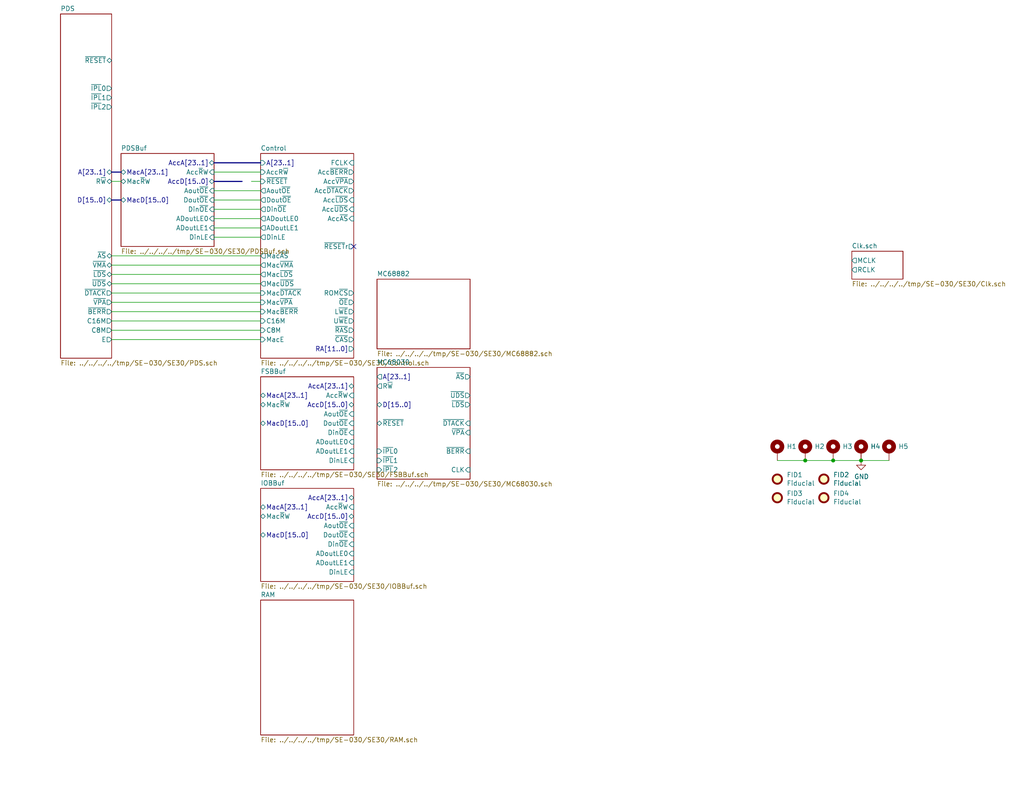
<source format=kicad_sch>
(kicad_sch (version 20230121) (generator eeschema)
  (paper "USLetter")
  (title_block (title "RAM2E II") (date "2020-07-25") (rev "1.0") (company "Garrett's Workshop"))
  (lib_symbols
    (symbol "Mechanical:Fiducial"
      (property "Reference" "FID" (at 0 5.08 0))
      (property "Value" "Fiducial" (at 0 3.175 0))
      (symbol "Fiducial_0_1"
        (circle (center 0 0) (radius 1.27) (stroke (width 0.508)) (fill (type background)))
      )
    )
    (symbol "Mechanical:MountingHole_Pad" (pin_numbers hide) (pin_names (offset 1.016) hide)
      (property "Reference" "H" (at 0 6.35 0))
      (property "Value" "MountingHole_Pad" (at 0 4.445 0))
      (symbol "MountingHole_Pad_0_1"
        (circle (center 0 1.27) (radius 1.27) (stroke (width 1.27)))
      )
      (symbol "MountingHole_Pad_1_1"
        (pin input line (at 0 -2.54 90) (length 2.54) (name "1") (number "1"))
      )
    )
    (symbol "power:GND" (power) (pin_names (offset 0))
      (property "Value" "GND" (at 0 -3.81 0))
      (symbol "GND_0_1"
        (polyline (pts (xy 0 0) (xy 0 -1.27) (xy 1.27 -1.27) (xy 0 -2.54) (xy -1.27 -1.27) (xy 0 -1.27)))
      )
      (symbol "GND_1_1"
        (pin power_in line (at 0 0 270) (length 0) hide (name "GND") (number "1"))
      )
    )
  )
  (junction (at 219.71 125.73))
  (junction (at 227.33 125.73))
  (junction (at 234.95 125.73))
  (no_connect (at 96.52 67.31))
  (wire (pts (xy 30.48 69.85) (xy 71.12 69.85)))
  (wire (pts (xy 30.48 72.39) (xy 71.12 72.39)))
  (wire (pts (xy 30.48 74.93) (xy 71.12 74.93)))
  (wire (pts (xy 58.42 52.07) (xy 71.12 52.07)))
  (bus (pts (xy 58.42 44.45) (xy 71.12 44.45)))
  (wire (pts (xy 30.48 87.63) (xy 71.12 87.63)))
  (wire (pts (xy 30.48 85.09) (xy 71.12 85.09)))
  (wire (pts (xy 58.42 46.99) (xy 71.12 46.99)))
  (wire (pts (xy 30.48 49.53) (xy 33.02 49.53)))
  (wire (pts (xy 68.58 49.53) (xy 71.12 49.53)))
  (wire (pts (xy 227.33 125.73) (xy 219.71 125.73)))
  (wire (pts (xy 234.95 125.73) (xy 227.33 125.73)))
  (wire (pts (xy 58.42 62.23) (xy 71.12 62.23)))
  (wire (pts (xy 30.48 90.17) (xy 71.12 90.17)))
  (bus (pts (xy 30.48 54.61) (xy 33.02 54.61)))
  (bus (pts (xy 66.04 49.53) (xy 58.42 49.53)))
  (wire (pts (xy 30.48 80.01) (xy 71.12 80.01)))
  (wire (pts (xy 219.71 125.73) (xy 212.09 125.73)))
  (wire (pts (xy 242.57 125.73) (xy 234.95 125.73)))
  (wire (pts (xy 30.48 92.71) (xy 71.12 92.71)))
  (bus (pts (xy 30.48 46.99) (xy 33.02 46.99)))
  (wire (pts (xy 30.48 82.55) (xy 71.12 82.55)))
  (wire (pts (xy 58.42 64.77) (xy 71.12 64.77)))
  (wire (pts (xy 58.42 59.69) (xy 71.12 59.69)))
  (wire (pts (xy 58.42 57.15) (xy 71.12 57.15)))
  (wire (pts (xy 30.48 77.47) (xy 71.12 77.47)))
  (wire (pts (xy 58.42 54.61) (xy 71.12 54.61)))
  (symbol (lib_id "Mechanical:Fiducial") (at 212.09 130.81 0) (unit 1)
    (property "Reference" "FID1" (at 214.63 129.6416 0) (effects (justify left)))
    (property "Value" "Fiducial" (at 214.63 131.953 0) (effects (justify left)))
    (property "Footprint" "stdpads:Fiducial" (effects hide))
  )
  (symbol (lib_id "Mechanical:Fiducial") (at 224.79 130.81 0) (unit 1)
    (property "Reference" "FID2" (at 227.33 129.6416 0) (effects (justify left)))
    (property "Value" "Fiducial" (at 227.33 131.953 0) (effects (justify left)))
    (property "Footprint" "stdpads:Fiducial" (effects hide))
  )
  (symbol (lib_id "Mechanical:Fiducial") (at 212.09 135.89 0) (unit 1)
    (property "Reference" "FID3" (at 214.63 134.7216 0) (effects (justify left)))
    (property "Value" "Fiducial" (at 214.63 137.033 0) (effects (justify left)))
    (property "Footprint" "stdpads:Fiducial" (effects hide))
  )
  (symbol (lib_id "Mechanical:Fiducial") (at 224.79 135.89 0) (unit 1)
    (property "Reference" "FID4" (at 227.33 134.7216 0) (effects (justify left)))
    (property "Value" "Fiducial" (at 227.33 137.033 0) (effects (justify left)))
    (property "Footprint" "stdpads:Fiducial" (effects hide))
  )
  (symbol (lib_id "Mechanical:MountingHole_Pad") (at 212.09 123.19 0) (unit 1)
    (property "Reference" "H1" (at 214.63 121.8946 0) (effects (justify left)))
    (property "Value" " " (at 214.63 124.206 0) (effects (justify left)))
    (property "Footprint" "stdpads:PasteHole_1.1mm_PTH" (effects hide))
  )
  (symbol (lib_id "Mechanical:MountingHole_Pad") (at 219.71 123.19 0) (unit 1)
    (property "Reference" "H2" (at 222.25 121.8946 0) (effects (justify left)))
    (property "Value" " " (at 222.25 124.206 0) (effects (justify left)))
    (property "Footprint" "stdpads:PasteHole_1.1mm_PTH" (effects hide))
  )
  (symbol (lib_id "Mechanical:MountingHole_Pad") (at 227.33 123.19 0) (unit 1)
    (property "Reference" "H3" (at 229.87 121.8946 0) (effects (justify left)))
    (property "Value" " " (at 229.87 124.206 0) (effects (justify left)))
    (property "Footprint" "stdpads:PasteHole_1.1mm_PTH" (effects hide))
  )
  (symbol (lib_id "Mechanical:MountingHole_Pad") (at 234.95 123.19 0) (unit 1)
    (property "Reference" "H4" (at 237.49 121.8946 0) (effects (justify left)))
    (property "Value" " " (at 237.49 124.206 0) (effects (justify left)))
    (property "Footprint" "stdpads:PasteHole_1.1mm_PTH" (effects hide))
  )
  (symbol (lib_id "power:GND") (at 234.95 125.73 0) (unit 1)
    (property "Reference" "#PWR0132" (effects hide))
    (property "Value" "GND" (at 235.077 130.1242 0))
  )
  (symbol (lib_id "Mechanical:MountingHole_Pad") (at 242.57 123.19 0) (unit 1)
    (property "Reference" "H5" (at 245.11 121.8946 0) (effects (justify left)))
    (property "Value" " " (at 245.11 124.206 0) (effects (justify left)))
    (property "Footprint" "stdpads:PasteHole_1.1mm_PTH" (effects hide))
  )
  (sheet (at 16.51 3.81) (size 13.97 93.98)
    (property "Sheetname" "PDS" (at 16.51 3.0984 0) (effects (justify left bottom)))
    (property "Sheetfile" "../../../../tmp/SE-030/SE30/PDS.sch" (at 16.51 98.3746 0) (effects (justify left top)))
    (pin "A[23..1]" bidirectional (at 30.48 46.99 0))
    (pin "D[15..0]" bidirectional (at 30.48 54.61 0))
    (pin "~{AS}" bidirectional (at 30.48 69.85 0))
    (pin "~{LDS}" bidirectional (at 30.48 74.93 0))
    (pin "~{UDS}" bidirectional (at 30.48 77.47 0))
    (pin "R~{W}" bidirectional (at 30.48 49.53 0))
    (pin "~{VMA}" bidirectional (at 30.48 72.39 0))
    (pin "~{VPA}" output (at 30.48 82.55 0))
    (pin "~{DTACK}" output (at 30.48 80.01 0))
    (pin "~{RESET}" bidirectional (at 30.48 16.51 0))
    (pin "~{IPL}0" output (at 30.48 24.13 0))
    (pin "~{IPL}1" output (at 30.48 26.67 0))
    (pin "~{IPL}2" output (at 30.48 29.21 0))
    (pin "~{BERR}" output (at 30.48 85.09 0))
    (pin "E" output (at 30.48 92.71 0))
    (pin "C8M" output (at 30.48 90.17 0))
    (pin "C16M" output (at 30.48 87.63 0))
  )
  (sheet (at 71.12 41.91) (size 25.4 55.88)
    (property "Sheetname" "Control" (at 71.12 41.1984 0) (effects (justify left bottom)))
    (property "Sheetfile" "../../../../tmp/SE-030/SE30/Control.sch" (at 71.12 98.3746 0) (effects (justify left top)))
    (pin "~{RESET}" input (at 71.12 49.53 180))
    (pin "FCLK" input (at 96.52 44.45 0))
    (pin "Mac~{AS}" output (at 71.12 69.85 180))
    (pin "Mac~{VMA}" output (at 71.12 72.39 180))
    (pin "Mac~{DTACK}" input (at 71.12 80.01 180))
    (pin "Mac~{VPA}" input (at 71.12 82.55 180))
    (pin "Mac~{BERR}" input (at 71.12 85.09 180))
    (pin "MacE" input (at 71.12 92.71 180))
    (pin "C8M" input (at 71.12 90.17 180))
    (pin "C16M" input (at 71.12 87.63 180))
    (pin "Acc~{DTACK}" output (at 96.52 52.07 0))
    (pin "Acc~{BERR}" output (at 96.52 46.99 0))
    (pin "Acc~{UDS}" input (at 96.52 57.15 0))
    (pin "Acc~{LDS}" input (at 96.52 54.61 0))
    (pin "Acc~{AS}" input (at 96.52 59.69 0))
    (pin "~{OE}" output (at 96.52 82.55 0))
    (pin "Mac~{UDS}" output (at 71.12 77.47 180))
    (pin "Mac~{LDS}" output (at 71.12 74.93 180))
    (pin "Acc~{VPA}" output (at 96.52 49.53 0))
    (pin "AccR~{W}" input (at 71.12 46.99 180))
    (pin "L~{WE}" output (at 96.52 85.09 0))
    (pin "U~{WE}" output (at 96.52 87.63 0))
    (pin "~{RAS}" output (at 96.52 90.17 0))
    (pin "~{CAS}" output (at 96.52 92.71 0))
    (pin "ROM~{CS}" output (at 96.52 80.01 0))
    (pin "DinLE" output (at 71.12 64.77 180))
    (pin "Dout~{OE}" output (at 71.12 54.61 180))
    (pin "Aout~{OE}" output (at 71.12 52.07 180))
    (pin "Din~{OE}" output (at 71.12 57.15 180))
    (pin "RA[11..0]" output (at 96.52 95.25 0))
    (pin "A[23..1]" input (at 71.12 44.45 180))
    (pin "ADoutLE0" output (at 71.12 59.69 180))
    (pin "~{RESET}r" output (at 96.52 67.31 0))
    (pin "ADoutLE1" output (at 71.12 62.23 180))
  )
  (sheet (at 102.87 100.33) (size 25.4 30.48)
    (property "Sheetname" "MC68030" (at 102.87 99.6184 0) (effects (justify left bottom)))
    (property "Sheetfile" "../../../../tmp/SE-030/SE30/MC68030.sch" (at 102.87 131.3946 0) (effects (justify left top)))
    (pin "A[23..1]" output (at 102.87 102.87 180))
    (pin "D[15..0]" bidirectional (at 102.87 110.49 180))
    (pin "~{AS}" output (at 128.27 102.87 0))
    (pin "R~{W}" output (at 102.87 105.41 180))
    (pin "~{LDS}" output (at 128.27 110.49 0))
    (pin "~{UDS}" output (at 128.27 107.95 0))
    (pin "~{DTACK}" input (at 128.27 115.57 0))
    (pin "~{VPA}" input (at 128.27 118.11 0))
    (pin "~{RESET}" bidirectional (at 102.87 115.57 180))
    (pin "~{BERR}" input (at 128.27 123.19 0))
    (pin "~{IPL}0" input (at 102.87 123.19 180))
    (pin "~{IPL}1" input (at 102.87 125.73 180))
    (pin "~{IPL}2" input (at 102.87 128.27 180))
    (pin "CLK" input (at 128.27 128.27 0))
  )
  (sheet (at 33.02 41.91) (size 25.4 25.4)
    (property "Sheetname" "PDSBuf" (at 33.02 41.1984 0) (effects (justify left bottom)))
    (property "Sheetfile" "../../../../tmp/SE-030/SE30/PDSBuf.sch" (at 33.02 67.8946 0) (effects (justify left top)))
    (pin "AccA[23..1]" bidirectional (at 58.42 44.45 0))
    (pin "MacA[23..1]" bidirectional (at 33.02 46.99 180))
    (pin "AccD[15..0]" bidirectional (at 58.42 49.53 0))
    (pin "MacD[15..0]" bidirectional (at 33.02 54.61 180))
    (pin "Dout~{OE}" input (at 58.42 54.61 0))
    (pin "Din~{OE}" input (at 58.42 57.15 0))
    (pin "DinLE" input (at 58.42 64.77 0))
    (pin "Aout~{OE}" input (at 58.42 52.07 0))
    (pin "Mac~{R}W" tri_state (at 33.02 49.53 180))
    (pin "Acc~{R}W" input (at 58.42 46.99 0))
    (pin "ADoutLE0" input (at 58.42 59.69 0))
    (pin "ADoutLE1" input (at 58.42 62.23 0))
  )
  (sheet (at 232.41 68.58) (size 13.97 7.62)
    (property "Sheetname" "Clk.sch" (at 232.41 67.8684 0) (effects (justify left bottom)))
    (property "Sheetfile" "../../../../tmp/SE-030/SE30/Clk.sch" (at 232.41 76.7846 0) (effects (justify left top)))
    (pin "MCLK" output (at 232.41 71.12 180))
    (pin "RCLK" output (at 232.41 73.66 180))
  )
  (sheet (at 71.12 163.83) (size 25.4 36.83)
    (property "Sheetname" "RAM" (at 71.12 163.1184 0) (effects (justify left bottom)))
    (property "Sheetfile" "../../../../tmp/SE-030/SE30/RAM.sch" (at 71.12 201.2446 0) (effects (justify left top)))
  )
  (sheet (at 71.12 102.87) (size 25.4 25.4)
    (property "Sheetname" "FSBBuf" (at 71.12 102.1584 0) (effects (justify left bottom)))
    (property "Sheetfile" "../../../../tmp/SE-030/SE30/FSBBuf.sch" (at 71.12 128.8546 0) (effects (justify left top)))
    (pin "AccA[23..1]" bidirectional (at 96.52 105.41 0))
    (pin "MacA[23..1]" bidirectional (at 71.12 107.95 180))
    (pin "AccD[15..0]" bidirectional (at 96.52 110.49 0))
    (pin "MacD[15..0]" bidirectional (at 71.12 115.57 180))
    (pin "Dout~{OE}" input (at 96.52 115.57 0))
    (pin "Din~{OE}" input (at 96.52 118.11 0))
    (pin "DinLE" input (at 96.52 125.73 0))
    (pin "Aout~{OE}" input (at 96.52 113.03 0))
    (pin "Mac~{R}W" tri_state (at 71.12 110.49 180))
    (pin "Acc~{R}W" input (at 96.52 107.95 0))
    (pin "ADoutLE0" input (at 96.52 120.65 0))
    (pin "ADoutLE1" input (at 96.52 123.19 0))
  )
  (sheet (at 71.12 133.35) (size 25.4 25.4)
    (property "Sheetname" "IOBBuf" (at 71.12 132.6384 0) (effects (justify left bottom)))
    (property "Sheetfile" "../../../../tmp/SE-030/SE30/IOBBuf.sch" (at 71.12 159.3346 0) (effects (justify left top)))
    (pin "AccA[23..1]" bidirectional (at 96.52 135.89 0))
    (pin "MacA[23..1]" bidirectional (at 71.12 138.43 180))
    (pin "AccD[15..0]" bidirectional (at 96.52 140.97 0))
    (pin "MacD[15..0]" bidirectional (at 71.12 146.05 180))
    (pin "Dout~{OE}" input (at 96.52 146.05 0))
    (pin "Din~{OE}" input (at 96.52 148.59 0))
    (pin "DinLE" input (at 96.52 156.21 0))
    (pin "Aout~{OE}" input (at 96.52 143.51 0))
    (pin "Mac~{R}W" tri_state (at 71.12 140.97 180))
    (pin "Acc~{R}W" input (at 96.52 138.43 0))
    (pin "ADoutLE0" input (at 96.52 151.13 0))
    (pin "ADoutLE1" input (at 96.52 153.67 0))
  )
  (sheet (at 102.87 76.2) (size 25.4 19.05)
    (property "Sheetname" "MC68882" (at 102.87 75.4884 0) (effects (justify left bottom)))
    (property "Sheetfile" "../../../../tmp/SE-030/SE30/MC68882.sch" (at 102.87 95.8346 0) (effects (justify left top)))
  )
)
</source>
